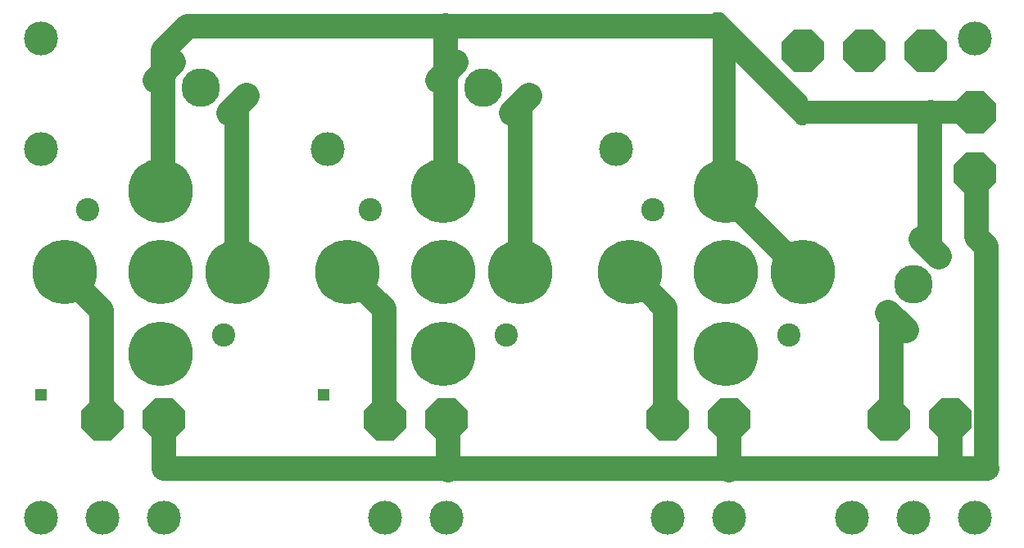
<source format=gbs>
G75*
G70*
%OFA0B0*%
%FSLAX24Y24*%
%IPPOS*%
%LPD*%
%AMOC8*
5,1,8,0,0,1.08239X$1,22.5*
%
%ADD10R,0.7972X0.0957*%
%ADD11C,0.0320*%
%ADD12R,0.0957X0.6697*%
%ADD13C,0.1000*%
%ADD14C,0.2620*%
%ADD15C,0.0946*%
%ADD16C,0.1380*%
%ADD17C,0.1568*%
%ADD18C,0.1080*%
%ADD19OC8,0.1720*%
%ADD20R,0.0476X0.0476*%
D10*
X036296Y021838D03*
D11*
X032628Y021977D02*
X032011Y021977D01*
X032329Y021658D02*
X032628Y021658D01*
X032628Y021466D02*
X032522Y021466D01*
X029014Y024973D01*
X029014Y025717D01*
X029227Y025717D01*
X032628Y022316D01*
X032628Y021466D01*
X032628Y022295D02*
X031692Y022295D01*
X031374Y022614D02*
X032330Y022614D01*
X032012Y022932D02*
X031055Y022932D01*
X030737Y023251D02*
X031693Y023251D01*
X031375Y023570D02*
X030418Y023570D01*
X030099Y023888D02*
X031056Y023888D01*
X030738Y024207D02*
X029781Y024207D01*
X029462Y024525D02*
X030419Y024525D01*
X030101Y024844D02*
X029144Y024844D01*
X029014Y025162D02*
X029782Y025162D01*
X029463Y025481D02*
X029014Y025481D01*
D12*
X029386Y021519D03*
D13*
X029601Y018320D02*
X032601Y015320D01*
X036201Y013120D02*
X036401Y013320D01*
X036201Y013120D02*
X036201Y009420D01*
X038601Y009320D02*
X038601Y007320D01*
X006601Y007320D01*
X006601Y009320D01*
X004051Y009370D02*
X004051Y013770D01*
X002501Y015320D01*
X006551Y018820D02*
X006551Y024320D01*
X007551Y025320D01*
X029151Y025320D01*
X029601Y024870D01*
X037751Y021770D02*
X037801Y021820D01*
X037751Y021770D02*
X037751Y016370D01*
X039651Y016770D02*
X040051Y016370D01*
X040051Y007370D01*
X040101Y007320D01*
X038601Y007320D01*
X029601Y007270D02*
X029601Y009270D01*
X027001Y009370D02*
X027001Y013870D01*
X025551Y015320D01*
X021101Y015270D02*
X021101Y022070D01*
X018051Y025370D02*
X018051Y018770D01*
X017901Y018620D01*
X014101Y015270D02*
X015551Y013820D01*
X015551Y009320D01*
X015601Y009270D01*
X018151Y009270D02*
X018151Y007270D01*
X009551Y015370D02*
X009551Y022120D01*
X009601Y022170D01*
X039651Y019320D02*
X039651Y016770D01*
D14*
X032601Y015320D03*
X029451Y015320D03*
X025554Y015320D03*
X021101Y015320D03*
X017951Y015320D03*
X014054Y015320D03*
X009601Y015320D03*
X006451Y015320D03*
X002554Y015320D03*
X006451Y011993D03*
X006451Y018647D03*
X017951Y018647D03*
X017951Y011993D03*
X029451Y011993D03*
X029451Y018647D03*
D15*
X026498Y017879D03*
X032010Y012761D03*
X020510Y012761D03*
X014998Y017879D03*
X009010Y012761D03*
X003498Y017879D03*
D16*
X001601Y005320D03*
X004101Y005320D03*
X006601Y005320D03*
X015601Y005320D03*
X018101Y005320D03*
X027101Y005320D03*
X029601Y005320D03*
X034601Y005320D03*
X037101Y005320D03*
X039601Y005320D03*
X025001Y020320D03*
X013251Y020320D03*
X001601Y020320D03*
X001601Y024820D03*
X039601Y024820D03*
D17*
X037101Y014820D03*
X019601Y022820D03*
X008101Y022820D03*
D18*
X009247Y021785D02*
X009954Y022492D01*
X006954Y023854D02*
X006247Y023147D01*
X017747Y023147D02*
X018454Y023854D01*
X020747Y021785D02*
X021454Y022492D01*
X036066Y013673D02*
X036773Y012966D01*
X038135Y015966D02*
X037428Y016673D01*
D19*
X039601Y019320D03*
X039601Y021820D03*
X037601Y024320D03*
X035101Y024320D03*
X032601Y024320D03*
X029601Y009320D03*
X027101Y009320D03*
X036101Y009320D03*
X038601Y009320D03*
X018101Y009320D03*
X015601Y009320D03*
X006601Y009320D03*
X004101Y009320D03*
D20*
X001601Y010320D03*
X013101Y010320D03*
M02*

</source>
